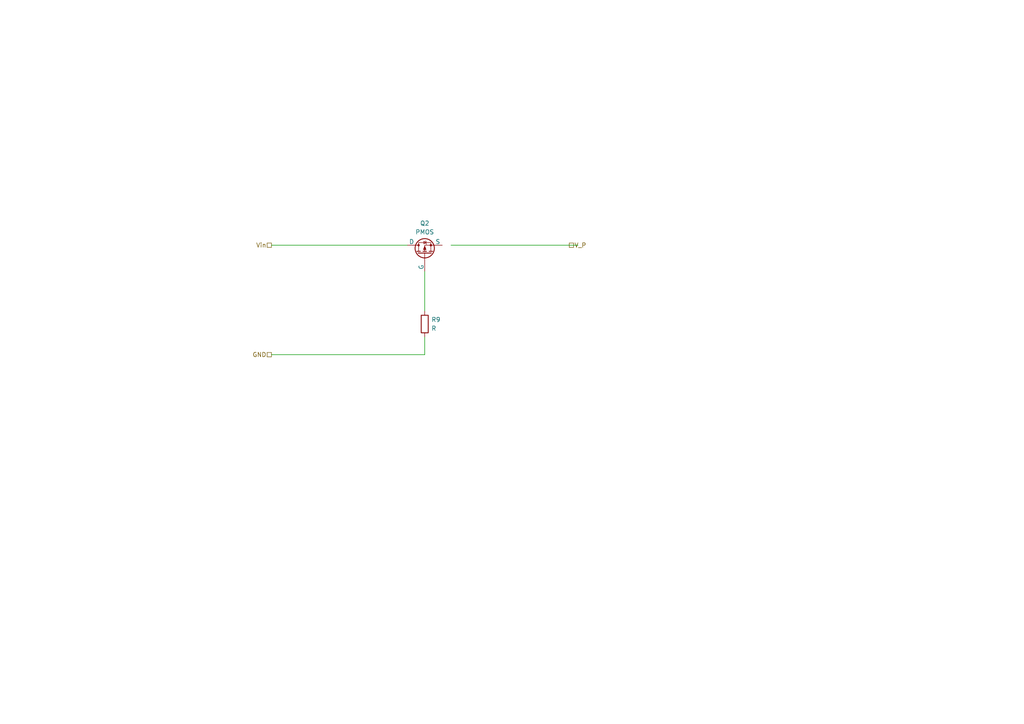
<source format=kicad_sch>
(kicad_sch (version 20230121) (generator eeschema)

  (uuid daab934b-4466-42cf-b473-559bba1485c4)

  (paper "A4")

  (lib_symbols
    (symbol "Device:R" (pin_numbers hide) (pin_names (offset 0)) (in_bom yes) (on_board yes)
      (property "Reference" "R" (at 2.032 0 90)
        (effects (font (size 1.27 1.27)))
      )
      (property "Value" "R" (at 0 0 90)
        (effects (font (size 1.27 1.27)))
      )
      (property "Footprint" "" (at -1.778 0 90)
        (effects (font (size 1.27 1.27)) hide)
      )
      (property "Datasheet" "~" (at 0 0 0)
        (effects (font (size 1.27 1.27)) hide)
      )
      (property "ki_keywords" "R res resistor" (at 0 0 0)
        (effects (font (size 1.27 1.27)) hide)
      )
      (property "ki_description" "Resistor" (at 0 0 0)
        (effects (font (size 1.27 1.27)) hide)
      )
      (property "ki_fp_filters" "R_*" (at 0 0 0)
        (effects (font (size 1.27 1.27)) hide)
      )
      (symbol "R_0_1"
        (rectangle (start -1.016 -2.54) (end 1.016 2.54)
          (stroke (width 0.254) (type default))
          (fill (type none))
        )
      )
      (symbol "R_1_1"
        (pin passive line (at 0 3.81 270) (length 1.27)
          (name "~" (effects (font (size 1.27 1.27))))
          (number "1" (effects (font (size 1.27 1.27))))
        )
        (pin passive line (at 0 -3.81 90) (length 1.27)
          (name "~" (effects (font (size 1.27 1.27))))
          (number "2" (effects (font (size 1.27 1.27))))
        )
      )
    )
    (symbol "Simulation_SPICE:PMOS" (pin_numbers hide) (pin_names (offset 0)) (in_bom yes) (on_board yes)
      (property "Reference" "Q" (at 5.08 1.27 0)
        (effects (font (size 1.27 1.27)) (justify left))
      )
      (property "Value" "PMOS" (at 5.08 -1.27 0)
        (effects (font (size 1.27 1.27)) (justify left))
      )
      (property "Footprint" "" (at 5.08 2.54 0)
        (effects (font (size 1.27 1.27)) hide)
      )
      (property "Datasheet" "https://ngspice.sourceforge.io/docs/ngspice-manual.pdf" (at 0 -12.7 0)
        (effects (font (size 1.27 1.27)) hide)
      )
      (property "Sim.Device" "PMOS" (at 0 -17.145 0)
        (effects (font (size 1.27 1.27)) hide)
      )
      (property "Sim.Type" "VDMOS" (at 0 -19.05 0)
        (effects (font (size 1.27 1.27)) hide)
      )
      (property "Sim.Pins" "1=D 2=G 3=S" (at 0 -15.24 0)
        (effects (font (size 1.27 1.27)) hide)
      )
      (property "ki_keywords" "transistor PMOS P-MOS P-MOSFET simulation" (at 0 0 0)
        (effects (font (size 1.27 1.27)) hide)
      )
      (property "ki_description" "P-MOSFET transistor, drain/source/gate" (at 0 0 0)
        (effects (font (size 1.27 1.27)) hide)
      )
      (symbol "PMOS_0_1"
        (polyline
          (pts
            (xy 0.254 0)
            (xy -2.54 0)
          )
          (stroke (width 0) (type default))
          (fill (type none))
        )
        (polyline
          (pts
            (xy 0.254 1.905)
            (xy 0.254 -1.905)
          )
          (stroke (width 0.254) (type default))
          (fill (type none))
        )
        (polyline
          (pts
            (xy 0.762 -1.27)
            (xy 0.762 -2.286)
          )
          (stroke (width 0.254) (type default))
          (fill (type none))
        )
        (polyline
          (pts
            (xy 0.762 0.508)
            (xy 0.762 -0.508)
          )
          (stroke (width 0.254) (type default))
          (fill (type none))
        )
        (polyline
          (pts
            (xy 0.762 2.286)
            (xy 0.762 1.27)
          )
          (stroke (width 0.254) (type default))
          (fill (type none))
        )
        (polyline
          (pts
            (xy 2.54 2.54)
            (xy 2.54 1.778)
          )
          (stroke (width 0) (type default))
          (fill (type none))
        )
        (polyline
          (pts
            (xy 2.54 -2.54)
            (xy 2.54 0)
            (xy 0.762 0)
          )
          (stroke (width 0) (type default))
          (fill (type none))
        )
        (polyline
          (pts
            (xy 0.762 1.778)
            (xy 3.302 1.778)
            (xy 3.302 -1.778)
            (xy 0.762 -1.778)
          )
          (stroke (width 0) (type default))
          (fill (type none))
        )
        (polyline
          (pts
            (xy 2.286 0)
            (xy 1.27 0.381)
            (xy 1.27 -0.381)
            (xy 2.286 0)
          )
          (stroke (width 0) (type default))
          (fill (type outline))
        )
        (polyline
          (pts
            (xy 2.794 -0.508)
            (xy 2.921 -0.381)
            (xy 3.683 -0.381)
            (xy 3.81 -0.254)
          )
          (stroke (width 0) (type default))
          (fill (type none))
        )
        (polyline
          (pts
            (xy 3.302 -0.381)
            (xy 2.921 0.254)
            (xy 3.683 0.254)
            (xy 3.302 -0.381)
          )
          (stroke (width 0) (type default))
          (fill (type none))
        )
        (circle (center 1.651 0) (radius 2.794)
          (stroke (width 0.254) (type default))
          (fill (type none))
        )
        (circle (center 2.54 -1.778) (radius 0.254)
          (stroke (width 0) (type default))
          (fill (type outline))
        )
        (circle (center 2.54 1.778) (radius 0.254)
          (stroke (width 0) (type default))
          (fill (type outline))
        )
      )
      (symbol "PMOS_1_1"
        (pin passive line (at 2.54 5.08 270) (length 2.54)
          (name "D" (effects (font (size 1.27 1.27))))
          (number "1" (effects (font (size 1.27 1.27))))
        )
        (pin input line (at -5.08 0 0) (length 2.54)
          (name "G" (effects (font (size 1.27 1.27))))
          (number "2" (effects (font (size 1.27 1.27))))
        )
        (pin passive line (at 2.54 -5.08 90) (length 2.54)
          (name "S" (effects (font (size 1.27 1.27))))
          (number "3" (effects (font (size 1.27 1.27))))
        )
      )
    )
  )


  (wire (pts (xy 123.19 102.87) (xy 123.19 97.79))
    (stroke (width 0) (type default))
    (uuid 1517524f-20bc-4381-923a-f16f74c2c951)
  )
  (wire (pts (xy 130.81 71.12) (xy 167.64 71.12))
    (stroke (width 0) (type default))
    (uuid 458316e6-48ba-4809-bb7f-75092a33ee82)
  )
  (wire (pts (xy 123.19 78.74) (xy 123.19 90.17))
    (stroke (width 0) (type default))
    (uuid 783e63f3-0ca4-4102-9255-44be5b3fe796)
  )
  (wire (pts (xy 78.74 71.12) (xy 118.11 71.12))
    (stroke (width 0) (type default))
    (uuid d24c13f6-ad43-460c-ae39-6e8261059ebd)
  )
  (wire (pts (xy 78.74 102.87) (xy 123.19 102.87))
    (stroke (width 0) (type default))
    (uuid d802fea6-cee3-4cb8-b7f0-50bc99a13e78)
  )

  (hierarchical_label "Vin" (shape passive) (at 78.74 71.12 180) (fields_autoplaced)
    (effects (font (size 1.27 1.27)) (justify right))
    (uuid 295c13f8-fc9f-48c4-b178-b326eaa1efd9)
  )
  (hierarchical_label "V_P" (shape passive) (at 165.1 71.12 0) (fields_autoplaced)
    (effects (font (size 1.27 1.27)) (justify left))
    (uuid 3c7e66b6-4fad-457f-bd16-524864a8a17c)
  )
  (hierarchical_label "GND" (shape passive) (at 78.74 102.87 180) (fields_autoplaced)
    (effects (font (size 1.27 1.27)) (justify right))
    (uuid ac52b090-2f1b-4d95-82df-46cff44eb796)
  )

  (symbol (lib_id "Device:R") (at 123.19 93.98 0) (unit 1)
    (in_bom yes) (on_board yes) (dnp no) (fields_autoplaced)
    (uuid 64efea66-95bf-423d-8541-5e5a3f7f87b3)
    (property "Reference" "R9" (at 125.095 92.71 0)
      (effects (font (size 1.27 1.27)) (justify left))
    )
    (property "Value" "R" (at 125.095 95.25 0)
      (effects (font (size 1.27 1.27)) (justify left))
    )
    (property "Footprint" "" (at 121.412 93.98 90)
      (effects (font (size 1.27 1.27)) hide)
    )
    (property "Datasheet" "~" (at 123.19 93.98 0)
      (effects (font (size 1.27 1.27)) hide)
    )
    (pin "1" (uuid 9f8393a6-dace-453b-9ba7-1416a91d45ba))
    (pin "2" (uuid 17c1c8d3-aadb-4f8e-bcf9-00f301962d74))
    (instances
      (project "NB_IoT_Wheather"
        (path "/b43fc418-fc2e-45fe-88c6-05be9d7ccc47/73f4baef-1896-4ffb-a32f-9190ee2787da/d723f924-71e0-4418-8c36-b2493d418bc2"
          (reference "R9") (unit 1)
        )
      )
    )
  )

  (symbol (lib_id "Simulation_SPICE:PMOS") (at 123.19 73.66 90) (unit 1)
    (in_bom yes) (on_board yes) (dnp no) (fields_autoplaced)
    (uuid 7e56f053-65c8-4d2f-bb20-82a8fb05dd5f)
    (property "Reference" "Q2" (at 123.19 64.77 90)
      (effects (font (size 1.27 1.27)))
    )
    (property "Value" "PMOS" (at 123.19 67.31 90)
      (effects (font (size 1.27 1.27)))
    )
    (property "Footprint" "Package_SO:SO-8_5.3x6.2mm_P1.27mm" (at 120.65 68.58 0)
      (effects (font (size 1.27 1.27)) hide)
    )
    (property "Datasheet" "https://ngspice.sourceforge.io/docs/ngspice-manual.pdf" (at 135.89 73.66 0)
      (effects (font (size 1.27 1.27)) hide)
    )
    (property "Sim.Device" "PMOS" (at 140.335 73.66 0)
      (effects (font (size 1.27 1.27)) hide)
    )
    (property "Sim.Type" "VDMOS" (at 142.24 73.66 0)
      (effects (font (size 1.27 1.27)) hide)
    )
    (property "Sim.Pins" "1=D 2=G 3=S" (at 138.43 73.66 0)
      (effects (font (size 1.27 1.27)) hide)
    )
    (property "M_Datasheet" "https://www.diodes.com/assets/Datasheets/ds31373.pdf" (at 123.19 73.66 90)
      (effects (font (size 1.27 1.27)) hide)
    )
    (pin "3" (uuid 74b83a0f-02a2-46d4-a701-55aba2436790))
    (pin "1" (uuid aec353b0-d1b5-4d13-8959-317e1f1ea380))
    (pin "2" (uuid d2f3658e-63b5-4f32-8d22-76a78bfa734c))
    (instances
      (project "NB_IoT_Wheather"
        (path "/b43fc418-fc2e-45fe-88c6-05be9d7ccc47/73f4baef-1896-4ffb-a32f-9190ee2787da/d723f924-71e0-4418-8c36-b2493d418bc2"
          (reference "Q2") (unit 1)
        )
      )
    )
  )
)

</source>
